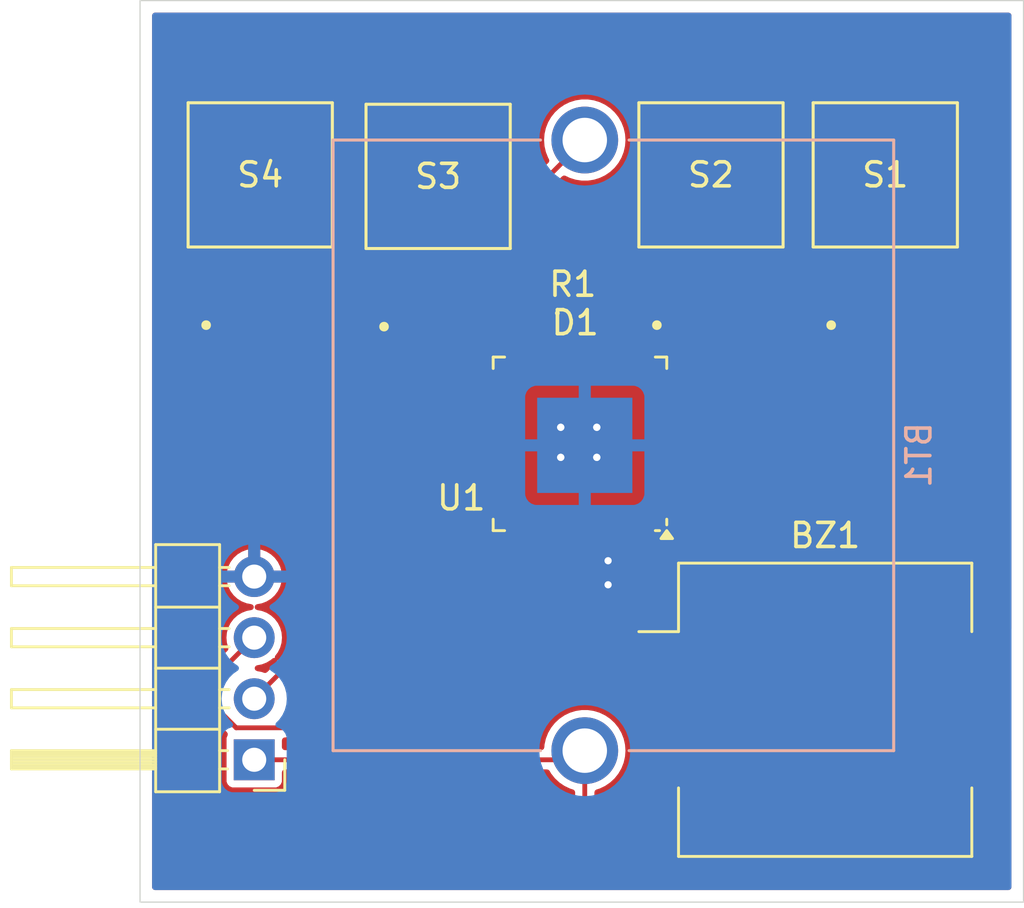
<source format=kicad_pcb>
(kicad_pcb (version 20240108) (generator "pcbnew") (generator_version "8.0")
  (layers (0 "F.Cu" signal) (31 "B.Cu" signal) (34 "B.Paste" user) (35 "F.Paste" user) (36 "B.SilkS" user "B.Silkscreen") (37 "F.SilkS" user "F.Silkscreen") (38 "B.Mask" user) (39 "F.Mask" user) (44 "Edge.Cuts" user))
  (net 0 "")
  (net 1 "Buz")
  (net 2 "GND")
  (net 3 "3V3")
  (net 4 "Net-(D1-K)")
  (net 5 "Down")
  (net 6 "SWCLK")
  (net 7 "SWDIO")
  (net 8 "Play")
  (net 9 "Tog")
  (net 29 "Up")
  (footprint "Capacitor_SMD:C_0201_0603Metric" (layer "F.Cu") (at 136.22 94.8 180)
    (property "Reference" "C1" (hide yes))
    (property "Value" "100nF" (hide yes))
    (pad "1" smd roundrect (at -0.32 0 180) (size 0.46 0.4) (layers "F.Cu" "F.Mask") (net 3 "3V3"))
    (pad "2" smd roundrect (at 0.32 0 180) (size 0.46 0.4) (layers "F.Cu" "F.Mask") (net 2 "GND"))
  )
  (footprint "Resistor_SMD:R_0201_0603Metric" (layer "F.Cu") (at 132.3 83.3 90)
    (property "Reference" "R1" (at 0 1.2 0) (layer "F.SilkS"))
    (property "Value" "5100" (hide yes))
    (pad "1" smd roundrect (at -0.32 0 90) (size 0.46 0.4) (layers "F.Cu" "F.Mask") (net 4 "Net-(D1-K)"))
    (pad "2" smd roundrect (at 0.32 0 90) (size 0.46 0.4) (layers "F.Cu" "F.Mask") (net 2 "GND"))
  )
  (footprint "TS04_66_73_BK_100_SMT:SW_TS04-66-73-BK-100-SMT" (layer "F.Cu") (at 120.5 78.75 90)
    (property "Reference" "S4" (at 0 0 0) (layer "F.SilkS"))
    (property "Value" "DOWN")
    (fp_line (start 3 -3) (end -3 -3) (stroke (width 0.127)) (layer "F.SilkS"))
    (fp_line (start -3 -3) (end -3 3) (stroke (width 0.127)) (layer "F.SilkS"))
    (fp_line (start 3 3) (end 3 -3) (stroke (width 0.127)) (layer "F.SilkS"))
    (fp_line (start -3 3) (end 3 3) (stroke (width 0.127)) (layer "F.SilkS"))
    (fp_circle (center -6.25 -2.25) (end -6.15 -2.25) (stroke (width 0.2)) (fill none) (layer "F.SilkS"))
    (pad "1" smd rect (at -4.55 -2.25 90) (size 2.1 1.4) (layers "F.Cu" "F.Paste" "F.Mask") (net 5 "Down"))
    (pad "2" smd rect (at -4.55 2.25 90) (size 2.1 1.4) (layers "F.Cu" "F.Paste" "F.Mask") (net 2 "GND"))
    (pad "3" smd rect (at 4.55 -2.25 90) (size 2.1 1.4) (layers "F.Cu" "F.Paste" "F.Mask") (net 5 "Down"))
    (pad "4" smd rect (at 4.55 2.25 90) (size 2.1 1.4) (layers "F.Cu" "F.Paste" "F.Mask") (net 2 "GND"))
  )
  (footprint "LED_SMD:LED_0201_0603Metric" (layer "F.Cu") (at 132 84.5 180)
    (property "Reference" "D1" (at -1.6 -0.4 0) (layer "F.SilkS"))
    (property "Value" "LED" (hide yes))
    (fp_circle (center -0.86 0) (end -0.81 0) (stroke (width 0.1)) (fill none) (layer "F.SilkS"))
    (pad "1" smd roundrect (at -0.32 0 180) (size 0.46 0.4) (layers "F.Cu" "F.Mask") (net 4 "Net-(D1-K)"))
    (pad "2" smd roundrect (at 0.32 0 180) (size 0.46 0.4) (layers "F.Cu" "F.Mask") (net 3 "3V3"))
  )
  (footprint "TS04_66_73_BK_100_SMT:SW_TS04-66-73-BK-100-SMT" (layer "F.Cu") (at 139.25 78.75 90)
    (property "Reference" "S2" (at 0 0 0) (layer "F.SilkS"))
    (property "Value" "TOGGLE")
    (fp_line (start 3 -3) (end -3 -3) (stroke (width 0.127)) (layer "F.SilkS"))
    (fp_line (start -3 -3) (end -3 3) (stroke (width 0.127)) (layer "F.SilkS"))
    (fp_line (start 3 3) (end 3 -3) (stroke (width 0.127)) (layer "F.SilkS"))
    (fp_line (start -3 3) (end 3 3) (stroke (width 0.127)) (layer "F.SilkS"))
    (fp_circle (center -6.25 -2.25) (end -6.15 -2.25) (stroke (width 0.2)) (fill none) (layer "F.SilkS"))
    (pad "1" smd rect (at -4.55 -2.25 90) (size 2.1 1.4) (layers "F.Cu" "F.Paste" "F.Mask") (net 9 "Tog"))
    (pad "2" smd rect (at -4.55 2.25 90) (size 2.1 1.4) (layers "F.Cu" "F.Paste" "F.Mask") (net 2 "GND"))
    (pad "3" smd rect (at 4.55 -2.25 90) (size 2.1 1.4) (layers "F.Cu" "F.Paste" "F.Mask") (net 9 "Tog"))
    (pad "4" smd rect (at 4.55 2.25 90) (size 2.1 1.4) (layers "F.Cu" "F.Paste" "F.Mask") (net 2 "GND"))
  )
  (footprint "TS04_66_73_BK_100_SMT:SW_TS04-66-73-BK-100-SMT" (layer "F.Cu") (at 146.5 78.75 90)
    (property "Reference" "S1" (at 0 0 0) (layer "F.SilkS"))
    (property "Value" "PLAY_PAUSE")
    (fp_line (start 3 -3) (end -3 -3) (stroke (width 0.127)) (layer "F.SilkS"))
    (fp_line (start -3 -3) (end -3 3) (stroke (width 0.127)) (layer "F.SilkS"))
    (fp_line (start 3 3) (end 3 -3) (stroke (width 0.127)) (layer "F.SilkS"))
    (fp_line (start -3 3) (end 3 3) (stroke (width 0.127)) (layer "F.SilkS"))
    (fp_circle (center -6.25 -2.25) (end -6.15 -2.25) (stroke (width 0.2)) (fill none) (layer "F.SilkS"))
    (pad "1" smd rect (at -4.55 -2.25 90) (size 2.1 1.4) (layers "F.Cu" "F.Paste" "F.Mask") (net 8 "Play"))
    (pad "2" smd rect (at -4.55 2.25 90) (size 2.1 1.4) (layers "F.Cu" "F.Paste" "F.Mask") (net 2 "GND"))
    (pad "3" smd rect (at 4.55 -2.25 90) (size 2.1 1.4) (layers "F.Cu" "F.Paste" "F.Mask") (net 8 "Play"))
    (pad "4" smd rect (at 4.55 2.25 90) (size 2.1 1.4) (layers "F.Cu" "F.Paste" "F.Mask") (net 2 "GND"))
  )
  (footprint "Connector_PinHeader_2.54mm:PinHeader_1x04_P2.54mm_Horizontal" (layer "F.Cu") (at 120.25 103.08 180)
    (property "Reference" "J1" (hide yes))
    (property "Value" "Conn_01x04_Pin" (hide yes))
    (fp_line (start 10.1 8) (end 4.1 8) (stroke (width 0.12)) (layer "F.SilkS"))
    (fp_line (start 10.1 7.24) (end 10.1 8) (stroke (width 0.12)) (layer "F.SilkS"))
    (fp_line (start 10.1 5.46) (end 4.1 5.46) (stroke (width 0.12)) (layer "F.SilkS"))
    (fp_line (start 10.1 4.7) (end 10.1 5.46) (stroke (width 0.12)) (layer "F.SilkS"))
    (fp_line (start 10.1 2.92) (end 4.1 2.92) (stroke (width 0.12)) (layer "F.SilkS"))
    (fp_line (start 10.1 2.16) (end 10.1 2.92) (stroke (width 0.12)) (layer "F.SilkS"))
    (fp_line (start 10.1 0.38) (end 4.1 0.38) (stroke (width 0.12)) (layer "F.SilkS"))
    (fp_line (start 10.1 -0.38) (end 10.1 0.38) (stroke (width 0.12)) (layer "F.SilkS"))
    (fp_line (start 4.1 8.95) (end 4.1 -1.33) (stroke (width 0.12)) (layer "F.SilkS"))
    (fp_line (start 4.1 7.24) (end 10.1 7.24) (stroke (width 0.12)) (layer "F.SilkS"))
    (fp_line (start 4.1 4.7) (end 10.1 4.7) (stroke (width 0.12)) (layer "F.SilkS"))
    (fp_line (start 4.1 2.16) (end 10.1 2.16) (stroke (width 0.12)) (layer "F.SilkS"))
    (fp_line (start 4.1 0.28) (end 10.1 0.28) (stroke (width 0.12)) (layer "F.SilkS"))
    (fp_line (start 4.1 0.16) (end 10.1 0.16) (stroke (width 0.12)) (layer "F.SilkS"))
    (fp_line (start 4.1 0.04) (end 10.1 0.04) (stroke (width 0.12)) (layer "F.SilkS"))
    (fp_line (start 4.1 -0.08) (end 10.1 -0.08) (stroke (width 0.12)) (layer "F.SilkS"))
    (fp_line (start 4.1 -0.2) (end 10.1 -0.2) (stroke (width 0.12)) (layer "F.SilkS"))
    (fp_line (start 4.1 -0.32) (end 10.1 -0.32) (stroke (width 0.12)) (layer "F.SilkS"))
    (fp_line (start 4.1 -0.38) (end 10.1 -0.38) (stroke (width 0.12)) (layer "F.SilkS"))
    (fp_line (start 4.1 -1.33) (end 1.44 -1.33) (stroke (width 0.12)) (layer "F.SilkS"))
    (fp_line (start 1.44 8.95) (end 4.1 8.95) (stroke (width 0.12)) (layer "F.SilkS"))
    (fp_line (start 1.44 6.35) (end 4.1 6.35) (stroke (width 0.12)) (layer "F.SilkS"))
    (fp_line (start 1.44 3.81) (end 4.1 3.81) (stroke (width 0.12)) (layer "F.SilkS"))
    (fp_line (start 1.44 1.27) (end 4.1 1.27) (stroke (width 0.12)) (layer "F.SilkS"))
    (fp_line (start 1.44 -1.33) (end 1.44 8.95) (stroke (width 0.12)) (layer "F.SilkS"))
    (fp_line (start 1.11 0.38) (end 1.44 0.38) (stroke (width 0.12)) (layer "F.SilkS"))
    (fp_line (start 1.11 -0.38) (end 1.44 -0.38) (stroke (width 0.12)) (layer "F.SilkS"))
    (fp_line (start 1.042929 8) (end 1.44 8) (stroke (width 0.12)) (layer "F.SilkS"))
    (fp_line (start 1.042929 7.24) (end 1.44 7.24) (stroke (width 0.12)) (layer "F.SilkS"))
    (fp_line (start 1.042929 5.46) (end 1.44 5.46) (stroke (width 0.12)) (layer "F.SilkS"))
    (fp_line (start 1.042929 4.7) (end 1.44 4.7) (stroke (width 0.12)) (layer "F.SilkS"))
    (fp_line (start 1.042929 2.92) (end 1.44 2.92) (stroke (width 0.12)) (layer "F.SilkS"))
    (fp_line (start 1.042929 2.16) (end 1.44 2.16) (stroke (width 0.12)) (layer "F.SilkS"))
    (fp_line (start -1.27 0) (end -1.27 -1.27) (stroke (width 0.12)) (layer "F.SilkS"))
    (fp_line (start -1.27 -1.27) (end 0 -1.27) (stroke (width 0.12)) (layer "F.SilkS"))
    (pad "1" thru_hole rect (at 0 0 180) (size 1.7 1.7) (drill 1) (layers "*.Cu" "*.Mask") (net 3 "3V3"))
    (pad "2" thru_hole oval (at 0 2.54 180) (size 1.7 1.7) (drill 1) (layers "*.Cu" "*.Mask") (net 7 "SWDIO"))
    (pad "3" thru_hole oval (at 0 5.08 180) (size 1.7 1.7) (drill 1) (layers "*.Cu" "*.Mask") (net 6 "SWCLK"))
    (pad "4" thru_hole oval (at 0 7.62 180) (size 1.7 1.7) (drill 1) (layers "*.Cu" "*.Mask") (net 2 "GND"))
  )
  (footprint "Capacitor_SMD:C_0201_0603Metric" (layer "F.Cu") (at 136.22 95.8 180)
    (property "Reference" "C3" (hide yes))
    (property "Value" "100nF" (hide yes))
    (pad "1" smd roundrect (at -0.32 0 180) (size 0.46 0.4) (layers "F.Cu" "F.Mask") (net 3 "3V3"))
    (pad "2" smd roundrect (at 0.32 0 180) (size 0.46 0.4) (layers "F.Cu" "F.Mask") (net 2 "GND"))
  )
  (footprint "Package_DFN_QFN:QFN-48-1EP_7x7mm_P0.5mm_EP5.6x5.6mm" (layer "F.Cu") (at 133.8 89.9375 180)
    (property "Reference" "U1" (at 4.9375 -2.25 0) (layer "F.SilkS"))
    (property "Value" "STM32F401CCUx" (hide yes))
    (fp_line (start 3.61 3.61) (end 3.61 3.135) (stroke (width 0.12)) (layer "F.SilkS"))
    (fp_line (start 3.61 -3.61) (end 3.61 -3.135) (stroke (width 0.12)) (layer "F.SilkS"))
    (fp_line (start 3.135 3.61) (end 3.61 3.61) (stroke (width 0.12)) (layer "F.SilkS"))
    (fp_line (start 3.135 -3.61) (end 3.61 -3.61) (stroke (width 0.12)) (layer "F.SilkS"))
    (fp_line (start -3.135 3.61) (end -3.61 3.61) (stroke (width 0.12)) (layer "F.SilkS"))
    (fp_line (start -3.135 -3.61) (end -3.31 -3.61) (stroke (width 0.12)) (layer "F.SilkS"))
    (fp_line (start -3.61 3.61) (end -3.61 3.135) (stroke (width 0.12)) (layer "F.SilkS"))
    (fp_line (start -3.61 -3.135) (end -3.61 -3.37) (stroke (width 0.12)) (layer "F.SilkS"))
    (fp_poly (pts (xy -3.61 -3.61) (xy -3.85 -3.94) (xy -3.37 -3.94) (xy -3.61 -3.61)) (stroke (width 0.12)) (fill solid) (layer "F.SilkS"))
    (pad "1" smd roundrect (at -3.4375 -2.75 180) (size 0.875 0.25) (layers "F.Cu" "F.Paste" "F.Mask"))
    (pad "2" smd roundrect (at -3.4375 -2.25 180) (size 0.875 0.25) (layers "F.Cu" "F.Paste" "F.Mask"))
    (pad "3" smd roundrect (at -3.4375 -1.75 180) (size 0.875 0.25) (layers "F.Cu" "F.Paste" "F.Mask"))
    (pad "4" smd roundrect (at -3.4375 -1.25 180) (size 0.875 0.25) (layers "F.Cu" "F.Paste" "F.Mask"))
    (pad "5" smd roundrect (at -3.4375 -0.75 180) (size 0.875 0.25) (layers "F.Cu" "F.Paste" "F.Mask"))
    (pad "6" smd roundrect (at -3.4375 -0.25 180) (size 0.875 0.25) (layers "F.Cu" "F.Paste" "F.Mask"))
    (pad "7" smd roundrect (at -3.4375 0.25 180) (size 0.875 0.25) (layers "F.Cu" "F.Paste" "F.Mask"))
    (pad "8" smd roundrect (at -3.4375 0.75 180) (size 0.875 0.25) (layers "F.Cu" "F.Paste" "F.Mask"))
    (pad "9" smd roundrect (at -3.4375 1.25 180) (size 0.875 0.25) (layers "F.Cu" "F.Paste" "F.Mask"))
    (pad "10" smd roundrect (at -3.4375 1.75 180) (size 0.875 0.25) (layers "F.Cu" "F.Paste" "F.Mask"))
    (pad "11" smd roundrect (at -3.4375 2.25 180) (size 0.875 0.25) (layers "F.Cu" "F.Paste" "F.Mask"))
    (pad "12" smd roundrect (at -3.4375 2.75 180) (size 0.875 0.25) (layers "F.Cu" "F.Paste" "F.Mask"))
    (pad "13" smd roundrect (at -2.75 3.4375 180) (size 0.25 0.875) (layers "F.Cu" "F.Paste" "F.Mask"))
    (pad "14" smd roundrect (at -2.25 3.4375 180) (size 0.25 0.875) (layers "F.Cu" "F.Paste" "F.Mask"))
    (pad "15" smd roundrect (at -1.75 3.4375 180) (size 0.25 0.875) (layers "F.Cu" "F.Paste" "F.Mask"))
    (pad "16" smd roundrect (at -1.25 3.4375 180) (size 0.25 0.875) (layers "F.Cu" "F.Paste" "F.Mask"))
    (pad "17" smd roundrect (at -0.75 3.4375 180) (size 0.25 0.875) (layers "F.Cu" "F.Paste" "F.Mask"))
    (pad "18" smd roundrect (at -0.25 3.4375 180) (size 0.25 0.875) (layers "F.Cu" "F.Paste" "F.Mask") (net 8 "Play"))
    (pad "19" smd roundrect (at 0.25 3.4375 180) (size 0.25 0.875) (layers "F.Cu" "F.Paste" "F.Mask") (net 9 "Tog"))
    (pad "20" smd roundrect (at 0.75 3.4375 180) (size 0.25 0.875) (layers "F.Cu" "F.Paste" "F.Mask"))
    (pad "21" smd roundrect (at 1.25 3.4375 180) (size 0.25 0.875) (layers "F.Cu" "F.Paste" "F.Mask"))
    (pad "22" smd roundrect (at 1.75 3.4375 180) (size 0.25 0.875) (layers "F.Cu" "F.Paste" "F.Mask"))
    (pad "23" smd roundrect (at 2.25 3.4375 180) (size 0.25 0.875) (layers "F.Cu" "F.Paste" "F.Mask") (net 2 "GND"))
    (pad "24" smd roundrect (at 2.75 3.4375 180) (size 0.25 0.875) (layers "F.Cu" "F.Paste" "F.Mask") (net 3 "3V3"))
    (pad "25" smd roundrect (at 3.4375 2.75 180) (size 0.875 0.25) (layers "F.Cu" "F.Paste" "F.Mask") (net 29 "Up"))
    (pad "26" smd roundrect (at 3.4375 2.25 180) (size 0.875 0.25) (layers "F.Cu" "F.Paste" "F.Mask") (net 5 "Down"))
    (pad "27" smd roundrect (at 3.4375 1.75 180) (size 0.875 0.25) (layers "F.Cu" "F.Paste" "F.Mask"))
    (pad "28" smd roundrect (at 3.4375 1.25 180) (size 0.875 0.25) (layers "F.Cu" "F.Paste" "F.Mask"))
    (pad "29" smd roundrect (at 3.4375 0.75 180) (size 0.875 0.25) (layers "F.Cu" "F.Paste" "F.Mask"))
    (pad "30" smd roundrect (at 3.4375 0.25 180) (size 0.875 0.25) (layers "F.Cu" "F.Paste" "F.Mask"))
    (pad "31" smd roundrect (at 3.4375 -0.25 180) (size 0.875 0.25) (layers "F.Cu" "F.Paste" "F.Mask"))
    (pad "32" smd roundrect (at 3.4375 -0.75 180) (size 0.875 0.25) (layers "F.Cu" "F.Paste" "F.Mask"))
    (pad "33" smd roundrect (at 3.4375 -1.25 180) (size 0.875 0.25) (layers "F.Cu" "F.Paste" "F.Mask"))
    (pad "34" smd roundrect (at 3.4375 -1.75 180) (size 0.875 0.25) (layers "F.Cu" "F.Paste" "F.Mask") (net 7 "SWDIO"))
    (pad "35" smd roundrect (at 3.4375 -2.25 180) (size 0.875 0.25) (layers "F.Cu" "F.Paste" "F.Mask") (net 2 "GND"))
    (pad "36" smd roundrect (at 3.4375 -2.75 180) (size 0.875 0.25) (layers "F.Cu" "F.Paste" "F.Mask") (net 3 "3V3"))
    (pad "37" smd roundrect (at 2.75 -3.4375 180) (size 0.25 0.875) (layers "F.Cu" "F.Paste" "F.Mask") (net 6 "SWCLK"))
    (pad "38" smd roundrect (at 2.25 -3.4375 180) (size 0.25 0.875) (layers "F.Cu" "F.Paste" "F.Mask"))
    (pad "39" smd roundrect (at 1.75 -3.4375 180) (size 0.25 0.875) (layers "F.Cu" "F.Paste" "F.Mask"))
    (pad "40" smd roundrect (at 1.25 -3.4375 180) (size 0.25 0.875) (layers "F.Cu" "F.Paste" "F.Mask"))
    (pad "41" smd roundrect (at 0.75 -3.4375 180) (size 0.25 0.875) (layers "F.Cu" "F.Paste" "F.Mask"))
    (pad "42" smd roundrect (at 0.25 -3.4375 180) (size 0.25 0.875) (layers "F.Cu" "F.Paste" "F.Mask"))
    (pad "43" smd roundrect (at -0.25 -3.4375 180) (size 0.25 0.875) (layers "F.Cu" "F.Paste" "F.Mask"))
    (pad "44" smd roundrect (at -0.75 -3.4375 180) (size 0.25 0.875) (layers "F.Cu" "F.Paste" "F.Mask"))
    (pad "45" smd roundrect (at -1.25 -3.4375 180) (size 0.25 0.875) (layers "F.Cu" "F.Paste" "F.Mask"))
    (pad "46" smd roundrect (at -1.75 -3.4375 180) (size 0.25 0.875) (layers "F.Cu" "F.Paste" "F.Mask") (net 1 "Buz"))
    (pad "47" smd roundrect (at -2.25 -3.4375 180) (size 0.25 0.875) (layers "F.Cu" "F.Paste" "F.Mask") (net 2 "GND"))
    (pad "48" smd roundrect (at -2.75 -3.4375 180) (size 0.25 0.875) (layers "F.Cu" "F.Paste" "F.Mask") (net 3 "3V3"))
    (pad "49" smd rect (at 0 0 180) (size 5.6 5.6) (property pad_prop_heatsink) (layers "F.Cu" "F.Mask") (net 2 "GND"))
  )
  (footprint "Buzzer_Beeper:Buzzer_Mallory_AST1240MLQ" (layer "F.Cu") (at 144 101)
    (property "Reference" "BZ1" (at 0 -7.25 0) (layer "F.SilkS"))
    (property "Value" "Buzzer")
    (fp_line (start -6.1 -6.1) (end 6.1 -6.1) (stroke (width 0.12)) (layer "F.SilkS"))
    (fp_line (start -6.1 -3.25) (end -7.75 -3.25) (stroke (width 0.12)) (layer "F.SilkS"))
    (fp_line (start -6.1 -3.25) (end -6.1 -6.1) (stroke (width 0.12)) (layer "F.SilkS"))
    (fp_line (start -6.1 6.1) (end -6.1 3.25) (stroke (width 0.12)) (layer "F.SilkS"))
    (fp_line (start 6.1 -6.1) (end 6.1 -3.25) (stroke (width 0.12)) (layer "F.SilkS"))
    (fp_line (start 6.1 3.25) (end 6.1 6.1) (stroke (width 0.12)) (layer "F.SilkS"))
    (fp_line (start 6.1 6.1) (end -6.1 6.1) (stroke (width 0.12)) (layer "F.SilkS"))
    (pad "1" smd rect (at -6 0) (size 3 6) (layers "F.Cu" "F.Paste" "F.Mask") (net 1 "Buz"))
    (pad "2" smd rect (at 6 0) (size 3 6) (layers "F.Cu" "F.Paste" "F.Mask") (net 2 "GND"))
  )
  (footprint "Capacitor_SMD:C_0201_0603Metric" (layer "F.Cu") (at 130.7 85.3 180)
    (property "Reference" "C2" (hide yes))
    (property "Value" "100nF" (hide yes))
    (pad "1" smd roundrect (at -0.32 0 180) (size 0.46 0.4) (layers "F.Cu" "F.Mask") (net 3 "3V3"))
    (pad "2" smd roundrect (at 0.32 0 180) (size 0.46 0.4) (layers "F.Cu" "F.Mask") (net 2 "GND"))
  )
  (footprint "TS04_66_73_BK_100_SMT:SW_TS04-66-73-BK-100-SMT" (layer "F.Cu") (at 127.9 78.8125 90)
    (property "Reference" "S3" (at 0 0 0) (layer "F.SilkS"))
    (property "Value" "UP")
    (fp_line (start 3 -3) (end -3 -3) (stroke (width 0.127)) (layer "F.SilkS"))
    (fp_line (start -3 -3) (end -3 3) (stroke (width 0.127)) (layer "F.SilkS"))
    (fp_line (start 3 3) (end 3 -3) (stroke (width 0.127)) (layer "F.SilkS"))
    (fp_line (start -3 3) (end 3 3) (stroke (width 0.127)) (layer "F.SilkS"))
    (fp_circle (center -6.25 -2.25) (end -6.15 -2.25) (stroke (width 0.2)) (fill none) (layer "F.SilkS"))
    (pad "1" smd rect (at -4.55 -2.25 90) (size 2.1 1.4) (layers "F.Cu" "F.Paste" "F.Mask") (net 29 "Up"))
    (pad "2" smd rect (at -4.55 2.25 90) (size 2.1 1.4) (layers "F.Cu" "F.Paste" "F.Mask") (net 2 "GND"))
    (pad "3" smd rect (at 4.55 -2.25 90) (size 2.1 1.4) (layers "F.Cu" "F.Paste" "F.Mask") (net 29 "Up"))
    (pad "4" smd rect (at 4.55 2.25 90) (size 2.1 1.4) (layers "F.Cu" "F.Paste" "F.Mask") (net 2 "GND"))
  )
  (footprint "3007:BAT_3007" (layer "B.Cu") (at 134 90 90)
    (property "Reference" "BT1" (at -0.4 13.9 90) (layer "B.SilkS") (effects (justify mirror)))
    (property "Value" "3007")
    (fp_line (start -12.7 -10.47) (end 12.7 -10.47) (stroke (width 0.127)) (layer "B.SilkS"))
    (fp_line (start 12.7 -1.8425) (end 12.7 -10.47) (stroke (width 0.127)) (layer "B.SilkS"))
    (fp_line (start -12.7 -1.8425) (end -12.7 -10.47) (stroke (width 0.127)) (layer "B.SilkS"))
    (fp_line (start 12.7 1.8425) (end 12.7 12.85) (stroke (width 0.127)) (layer "B.SilkS"))
    (fp_line (start 12.7 12.85) (end -12.7 12.85) (stroke (width 0.127)) (layer "B.SilkS"))
    (fp_line (start -12.7 12.85) (end -12.7 1.8425) (stroke (width 0.127)) (layer "B.SilkS"))
    (pad "N" smd rect (at 0 0 90) (size 3.96 3.96) (layers "B.Cu" "B.Mask") (net 2 "GND"))
    (pad "P1" thru_hole circle (at -12.7 0 90) (size 2.775 2.775) (drill 1.85) (layers "*.Cu" "*.Mask") (net 3 "3V3"))
    (pad "P2" thru_hole circle (at 12.7 0 90) (size 2.775 2.775) (drill 1.85) (layers "*.Cu" "*.Mask") (net 3 "3V3"))
  )
  (gr_rect (start 115.5 71.5) (end 152.25 109) (stroke (width 0.05)) (fill none) (layer "Edge.Cuts"))
  (segment (start 137 101) (end 134 98) (width 0.2) (layer "F.Cu") (net 1))
  (segment (start 134 94.5) (end 134.3875 94.1125) (width 0.2) (layer "F.Cu") (net 1))
  (segment (start 134 98) (end 134 94.5) (width 0.2) (layer "F.Cu") (net 1))
  (segment (start 135.264386 94.1125) (end 135.55 93.826886) (width 0.2) (layer "F.Cu") (net 1))
  (segment (start 134.3875 94.1125) (end 135.264386 94.1125) (width 0.2) (layer "F.Cu") (net 1))
  (segment (start 135.55 93.826886) (end 135.55 93.375) (width 0.2) (layer "F.Cu") (net 1))
  (segment (start 136.05 92.1875) (end 133.8 89.9375) (width 0.2) (layer "F.Cu") (net 2))
  (segment (start 131.55 86.5) (end 131.55 87.6875) (width 0.2) (layer "F.Cu") (net 2))
  (segment (start 136.05 93.375) (end 136.05 92.1875) (width 0.2) (layer "F.Cu") (net 2))
  (segment (start 135.9 95.8) (end 135.9 94.8) (width 0.2) (layer "F.Cu") (net 2))
  (segment (start 132.3 82.98) (end 133.32 82.98) (width 0.2) (layer "F.Cu") (net 2))
  (segment (start 135.9 94.8) (end 135.9 94.600001) (width 0.2) (layer "F.Cu") (net 2))
  (segment (start 131.55 86.5) (end 131.55 86.048114) (width 0.2) (layer "F.Cu") (net 2))
  (segment (start 132.298114 85.3) (end 132.7 85.3) (width 0.2) (layer "F.Cu") (net 2))
  (segment (start 135.9 94.600001) (end 136.05 94.450001) (width 0.2) (layer "F.Cu") (net 2))
  (segment (start 131.55 92.1875) (end 133.8 89.9375) (width 0.2) (layer "F.Cu") (net 2))
  (segment (start 136.05 94.450001) (end 136.05 93.375) (width 0.2) (layer "F.Cu") (net 2))
  (segment (start 133.32 82.98) (end 133.4 82.9) (width 0.2) (layer "F.Cu") (net 2))
  (segment (start 130.3625 92.1875) (end 131.55 92.1875) (width 0.2) (layer "F.Cu") (net 2))
  (segment (start 134.97 94.8) (end 135.9 94.8) (width 0.2) (layer "F.Cu") (net 2))
  (segment (start 134.97 95.8) (end 135.9 95.8) (width 0.2) (layer "F.Cu") (net 2))
  (segment (start 131.55 87.6875) (end 133.8 89.9375) (width 0.2) (layer "F.Cu") (net 2))
  (segment (start 131.55 86.048114) (end 132.298114 85.3) (width 0.2) (layer "F.Cu") (net 2))
  (via (at 134.5 90.5) (size 0.6) (drill 0.3) (layers "F.Cu" "B.Cu") (net 2))
  (via (at 134.5 89.25) (size 0.6) (drill 0.3) (layers "F.Cu" "B.Cu") (net 2))
  (via (at 133 89.25) (size 0.6) (drill 0.3) (layers "F.Cu" "B.Cu") (net 2))
  (via (at 134.5 89.25) (size 0.6) (drill 0.3) (layers "F.Cu" "B.Cu") (net 2))
  (via (at 133 90.5) (size 0.6) (drill 0.3) (layers "F.Cu" "B.Cu") (net 2))
  (via (at 133 89.25) (size 0.6) (drill 0.3) (layers "F.Cu" "B.Cu") (net 2))
  (via (at 134.97 94.8) (size 0.6) (drill 0.3) (layers "F.Cu" "B.Cu") (net 2))
  (via (at 133 90.5) (size 0.6) (drill 0.3) (layers "F.Cu" "B.Cu") (net 2))
  (via (at 134.97 95.8) (size 0.6) (drill 0.3) (layers "F.Cu" "B.Cu") (net 2))
  (via (at 134.5 90.5) (size 0.6) (drill 0.3) (layers "F.Cu" "B.Cu") (net 2))
  (segment (start 133.62 103.08) (end 134 102.7) (width 0.2) (layer "F.Cu") (net 3))
  (segment (start 134 105) (end 134.5 105.5) (width 0.2) (layer "F.Cu") (net 3))
  (segment (start 136.54 93.385) (end 136.55 93.375) (width 0.2) (layer "F.Cu") (net 3))
  (segment (start 134.5 105.5) (end 139.5 105.5) (width 0.2) (layer "F.Cu") (net 3))
  (segment (start 136.54 95.8) (end 136.54 94.8) (width 0.2) (layer "F.Cu") (net 3))
  (segment (start 131.68 84.5) (end 131.68 79.62) (width 0.2) (layer "F.Cu") (net 3))
  (segment (start 131.68 79.62) (end 134 77.3) (width 0.2) (layer "F.Cu") (net 3))
  (segment (start 139.5 105.5) (end 140.5 104.5) (width 0.2) (layer "F.Cu") (net 3))
  (segment (start 131.02 85.3) (end 131.02 86.47) (width 0.2) (layer "F.Cu") (net 3))
  (segment (start 140.5 104.5) (end 140.5 97.5) (width 0.2) (layer "F.Cu") (net 3))
  (segment (start 131.02 85.16) (end 131.68 84.5) (width 0.2) (layer "F.Cu") (net 3))
  (segment (start 138.8 95.8) (end 136.54 95.8) (width 0.2) (layer "F.Cu") (net 3))
  (segment (start 136.54 94.8) (end 136.54 93.385) (width 0.2) (layer "F.Cu") (net 3))
  (segment (start 120.25 103.08) (end 133.62 103.08) (width 0.2) (layer "F.Cu") (net 3))
  (segment (start 131.02 86.47) (end 131.05 86.5) (width 0.2) (layer "F.Cu") (net 3))
  (segment (start 131.02 85.3) (end 131.02 85.16) (width 0.2) (layer "F.Cu") (net 3))
  (segment (start 134 102.7) (end 134 105) (width 0.2) (layer "F.Cu") (net 3))
  (segment (start 140.5 97.5) (end 138.8 95.8) (width 0.2) (layer "F.Cu") (net 3))
  (segment (start 132.32 84.5) (end 132.32 83.64) (width 0.2) (layer "F.Cu") (net 4))
  (segment (start 132.32 83.64) (end 132.3 83.62) (width 0.2) (layer "F.Cu") (net 4))
  (segment (start 126 85.25) (end 128.4375 87.6875) (width 0.2) (layer "F.Cu") (net 5))
  (segment (start 118.25 83.3) (end 119 83.3) (width 0.2) (layer "F.Cu") (net 5))
  (segment (start 120.95 85.25) (end 126 85.25) (width 0.2) (layer "F.Cu") (net 5))
  (segment (start 119 83.3) (end 120.95 85.25) (width 0.2) (layer "F.Cu") (net 5))
  (segment (start 128.4375 87.6875) (end 130.3625 87.6875) (width 0.2) (layer "F.Cu") (net 5))
  (segment (start 118.25 74.2) (end 118.25 83.3) (width 0.2) (layer "F.Cu") (net 5))
  (segment (start 118.75 99.5) (end 118.75 101) (width 0.2) (layer "F.Cu") (net 6))
  (segment (start 119.5 101.75) (end 121.5 101.75) (width 0.2) (layer "F.Cu") (net 6))
  (segment (start 121.5 101.75) (end 122.25 101) (width 0.2) (layer "F.Cu") (net 6))
  (segment (start 131.05 94.45) (end 131.05 93.375) (width 0.2) (layer "F.Cu") (net 6))
  (segment (start 126.5 95) (end 130.5 95) (width 0.2) (layer "F.Cu") (net 6))
  (segment (start 122.25 99.25) (end 126.5 95) (width 0.2) (layer "F.Cu") (net 6))
  (segment (start 122.25 101) (end 122.25 99.25) (width 0.2) (layer "F.Cu") (net 6))
  (segment (start 130.5 95) (end 131.05 94.45) (width 0.2) (layer "F.Cu") (net 6))
  (segment (start 120.25 98) (end 118.75 99.5) (width 0.2) (layer "F.Cu") (net 6))
  (segment (start 118.75 101) (end 119.5 101.75) (width 0.2) (layer "F.Cu") (net 6))
  (segment (start 122.75 93) (end 123.25 93) (width 0.2) (layer "F.Cu") (net 7))
  (segment (start 123.5 93.25) (end 123.5 96) (width 0.2) (layer "F.Cu") (net 7))
  (segment (start 124.25 96.25) (end 128.8125 91.6875) (width 0.2) (layer "F.Cu") (net 7))
  (segment (start 122.5 93.25) (end 122.75 93) (width 0.2) (layer "F.Cu") (net 7))
  (segment (start 122.5 98.29) (end 122.5 93.25) (width 0.2) (layer "F.Cu") (net 7))
  (segment (start 128.8125 91.6875) (end 130.3625 91.6875) (width 0.2) (layer "F.Cu") (net 7))
  (segment (start 123.25 93) (end 123.5 93.25) (width 0.2) (layer "F.Cu") (net 7))
  (segment (start 123.75 96.25) (end 124.25 96.25) (width 0.2) (layer "F.Cu") (net 7))
  (segment (start 120.25 100.54) (end 122.5 98.29) (width 0.2) (layer "F.Cu") (net 7))
  (segment (start 123.5 96) (end 123.75 96.25) (width 0.2) (layer "F.Cu") (net 7))
  (segment (start 144.25 83.3) (end 144.25 74.2) (width 0.2) (layer "F.Cu") (net 8))
  (segment (start 134.05 85.95) (end 134.05 86.5) (width 0.2) (layer "F.Cu") (net 8))
  (segment (start 135 85) (end 134.05 85.95) (width 0.2) (layer "F.Cu") (net 8))
  (segment (start 142.55 85) (end 135 85) (width 0.2) (layer "F.Cu") (net 8))
  (segment (start 144.25 83.3) (end 142.55 85) (width 0.2) (layer "F.Cu") (net 8))
  (segment (start 133.55 85.85) (end 133.55 86.5) (width 0.2) (layer "F.Cu") (net 9))
  (segment (start 137 83.3) (end 137 74.2) (width 0.2) (layer "F.Cu") (net 9))
  (segment (start 136.1 83.3) (end 133.55 85.85) (width 0.2) (layer "F.Cu") (net 9))
  (segment (start 137 83.3) (end 136.1 83.3) (width 0.2) (layer "F.Cu") (net 9))
  (segment (start 125.65 74.2625) (end 125.65 83.3625) (width 0.2) (layer "F.Cu") (net 29))
  (segment (start 125.65 83.3625) (end 125.65 83.448456) (width 0.2) (layer "F.Cu") (net 29))
  (segment (start 125.65 83.448456) (end 129.389044 87.1875) (width 0.2) (layer "F.Cu") (net 29))
  (segment (start 129.389044 87.1875) (end 130.3625 87.1875) (width 0.2) (layer "F.Cu") (net 29))
  (zone (net 2) (net_name "GND") (layer "F.Cu") (connect_pads (clearance 0.3)) (min_thickness 0.25) (fill yes (thermal_gap 0.3) (thermal_bridge_width 0.5))
    (polygon (pts (xy 115.5 71.75) (xy 152.25 71.5) (xy 152.25 109) (xy 115.5 109.25)))
  )
  (zone (net 2) (net_name "GND") (layer "B.Cu") (priority 1) (connect_pads (clearance 0.5)) (min_thickness 0.25) (fill yes (thermal_gap 0.5) (thermal_bridge_width 0.5))
    (polygon (pts (xy 115.5 72.5) (xy 116.5 71.5) (xy 152.25 71.5) (xy 152.25 109) (xy 115.5 109)))
  )
)
</source>
